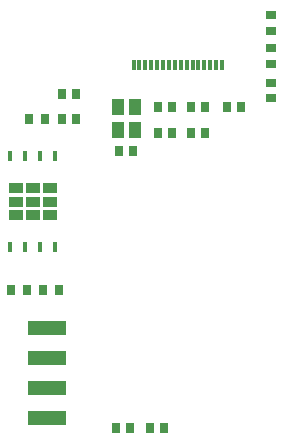
<source format=gbp>
G04*
G04 #@! TF.GenerationSoftware,Altium Limited,Altium Designer,23.10.1 (27)*
G04*
G04 Layer_Color=128*
%FSLAX25Y25*%
%MOIN*%
G70*
G04*
G04 #@! TF.SameCoordinates,1D9EF59F-A9A3-4DE6-AF9F-94A01C22AB5E*
G04*
G04*
G04 #@! TF.FilePolarity,Positive*
G04*
G01*
G75*
%ADD18R,0.03150X0.03740*%
%ADD28R,0.03740X0.03150*%
%ADD33R,0.02953X0.03543*%
%ADD59R,0.01400X0.03300*%
%ADD60R,0.12520X0.05000*%
%ADD62R,0.01772X0.03740*%
%ADD63R,0.04331X0.05315*%
%ADD64R,0.04842X0.03661*%
D18*
X278941Y357000D02*
D03*
X284059D02*
D03*
X289500D02*
D03*
X294618D02*
D03*
X290059Y414000D02*
D03*
X284941D02*
D03*
D28*
X365500Y443441D02*
D03*
Y448559D02*
D03*
Y426118D02*
D03*
Y421000D02*
D03*
Y432441D02*
D03*
Y437559D02*
D03*
D33*
X314776Y403500D02*
D03*
X319500D02*
D03*
X313638Y311000D02*
D03*
X318362D02*
D03*
X295638Y422500D02*
D03*
X300362D02*
D03*
X329862Y311000D02*
D03*
X325138D02*
D03*
X295638Y414000D02*
D03*
X300362D02*
D03*
X343362Y409500D02*
D03*
X338638D02*
D03*
X355362Y418000D02*
D03*
X350638D02*
D03*
X343500D02*
D03*
X338776D02*
D03*
X327776D02*
D03*
X332500D02*
D03*
X327638Y409500D02*
D03*
X332362D02*
D03*
D59*
X349153Y432000D02*
D03*
X347185D02*
D03*
X345216D02*
D03*
X343248D02*
D03*
X341280D02*
D03*
X339311D02*
D03*
X337343D02*
D03*
X335374D02*
D03*
X333405D02*
D03*
X331437D02*
D03*
X329468D02*
D03*
X327500D02*
D03*
X325532D02*
D03*
X323563D02*
D03*
X321595D02*
D03*
X319626D02*
D03*
D60*
X290769Y334500D02*
D03*
Y344500D02*
D03*
Y324500D02*
D03*
Y314500D02*
D03*
D62*
X278500Y401736D02*
D03*
X283500D02*
D03*
X288500D02*
D03*
X293500D02*
D03*
X278500Y371264D02*
D03*
X283500D02*
D03*
X288500D02*
D03*
X293500D02*
D03*
D63*
X320000Y418000D02*
D03*
X314488D02*
D03*
X320000Y410500D02*
D03*
X314488D02*
D03*
D64*
X280371Y390938D02*
D03*
X286001D02*
D03*
X291631D02*
D03*
X280371Y386489D02*
D03*
X286001D02*
D03*
X291631D02*
D03*
X280371Y382041D02*
D03*
X286001D02*
D03*
X291631D02*
D03*
M02*

</source>
